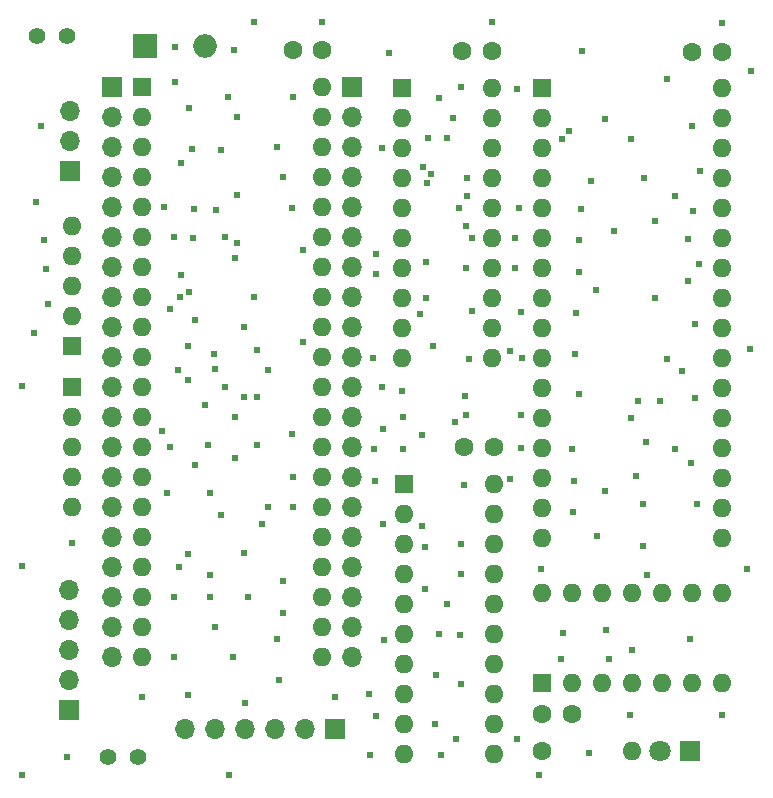
<source format=gts>
%TF.GenerationSoftware,KiCad,Pcbnew,7.0.8*%
%TF.CreationDate,2024-05-03T21:11:10+09:00*%
%TF.ProjectId,MEZ88_RAM,4d455a38-385f-4524-914d-2e6b69636164,Rev 1.2*%
%TF.SameCoordinates,PX65317e4PY8319cac*%
%TF.FileFunction,Soldermask,Top*%
%TF.FilePolarity,Negative*%
%FSLAX46Y46*%
G04 Gerber Fmt 4.6, Leading zero omitted, Abs format (unit mm)*
G04 Created by KiCad (PCBNEW 7.0.8) date 2024-05-03 21:11:10*
%MOMM*%
%LPD*%
G01*
G04 APERTURE LIST*
%ADD10R,1.600000X1.600000*%
%ADD11O,1.600000X1.600000*%
%ADD12R,1.700000X1.700000*%
%ADD13O,1.700000X1.700000*%
%ADD14C,1.400000*%
%ADD15C,1.600000*%
%ADD16R,2.000000X2.000000*%
%ADD17O,2.000000X2.000000*%
%ADD18R,1.800000X1.800000*%
%ADD19C,1.800000*%
%ADD20C,0.605000*%
G04 APERTURE END LIST*
D10*
X45800000Y9730000D03*
D11*
X48340000Y9730000D03*
X50880000Y9730000D03*
X53420000Y9730000D03*
X55960000Y9730000D03*
X58500000Y9730000D03*
X61040000Y9730000D03*
X61040000Y17350000D03*
X58500000Y17350000D03*
X55960000Y17350000D03*
X53420000Y17350000D03*
X50880000Y17350000D03*
X48340000Y17350000D03*
X45800000Y17350000D03*
D12*
X5830000Y53090000D03*
D13*
X5830000Y55630000D03*
X5830000Y58170000D03*
D10*
X5990000Y34770000D03*
D11*
X5990000Y32230000D03*
X5990000Y29690000D03*
X5990000Y27150000D03*
X5990000Y24610000D03*
D12*
X28260000Y5830000D03*
D13*
X25720000Y5830000D03*
X23180000Y5830000D03*
X20640000Y5830000D03*
X18100000Y5830000D03*
X15560000Y5830000D03*
D14*
X5620000Y64470000D03*
X3080000Y64470000D03*
D15*
X61040000Y63160000D03*
X58540000Y63160000D03*
D16*
X12210000Y63630000D03*
D17*
X17290000Y63630000D03*
D18*
X58300000Y3950000D03*
D19*
X55760000Y3950000D03*
D10*
X34080000Y26575000D03*
D11*
X34080000Y24035000D03*
X34080000Y21495000D03*
X34080000Y18955000D03*
X34080000Y16415000D03*
X34080000Y13875000D03*
X34080000Y11335000D03*
X34080000Y8795000D03*
X34080000Y6255000D03*
X34080000Y3715000D03*
X41700000Y3715000D03*
X41700000Y6255000D03*
X41700000Y8795000D03*
X41700000Y11335000D03*
X41700000Y13875000D03*
X41700000Y16415000D03*
X41700000Y18955000D03*
X41700000Y21495000D03*
X41700000Y24035000D03*
X41700000Y26575000D03*
D15*
X45800000Y7040000D03*
X48300000Y7040000D03*
X41700000Y29680000D03*
X39200000Y29680000D03*
X27195000Y63285000D03*
X24695000Y63285000D03*
D10*
X45800000Y60040000D03*
D11*
X45800000Y57500000D03*
X45800000Y54960000D03*
X45800000Y52420000D03*
X45800000Y49880000D03*
X45800000Y47340000D03*
X45800000Y44800000D03*
X45800000Y42260000D03*
X45800000Y39720000D03*
X45800000Y37180000D03*
X45800000Y34640000D03*
X45800000Y32100000D03*
X45800000Y29560000D03*
X45800000Y27020000D03*
X45800000Y24480000D03*
X45800000Y21940000D03*
X61040000Y21940000D03*
X61040000Y24480000D03*
X61040000Y27020000D03*
X61040000Y29560000D03*
X61040000Y32100000D03*
X61040000Y34640000D03*
X61040000Y37180000D03*
X61040000Y39720000D03*
X61040000Y42260000D03*
X61040000Y44800000D03*
X61040000Y47340000D03*
X61040000Y49880000D03*
X61040000Y52420000D03*
X61040000Y54960000D03*
X61040000Y57500000D03*
X61040000Y60040000D03*
D10*
X11955000Y60165000D03*
D11*
X11955000Y57625000D03*
X11955000Y55085000D03*
X11955000Y52545000D03*
X11955000Y50005000D03*
X11955000Y47465000D03*
X11955000Y44925000D03*
X11955000Y42385000D03*
X11955000Y39845000D03*
X11955000Y37305000D03*
X11955000Y34765000D03*
X11955000Y32225000D03*
X11955000Y29685000D03*
X11955000Y27145000D03*
X11955000Y24605000D03*
X11955000Y22065000D03*
X11955000Y19525000D03*
X11955000Y16985000D03*
X11955000Y14445000D03*
X11955000Y11905000D03*
X27195000Y11905000D03*
X27195000Y14445000D03*
X27195000Y16985000D03*
X27195000Y19525000D03*
X27195000Y22065000D03*
X27195000Y24605000D03*
X27195000Y27145000D03*
X27195000Y29685000D03*
X27195000Y32225000D03*
X27195000Y34765000D03*
X27195000Y37305000D03*
X27195000Y39845000D03*
X27195000Y42385000D03*
X27195000Y44925000D03*
X27195000Y47465000D03*
X27195000Y50005000D03*
X27195000Y52545000D03*
X27195000Y55085000D03*
X27195000Y57625000D03*
X27195000Y60165000D03*
D10*
X5990000Y38220000D03*
D11*
X5990000Y40760000D03*
X5990000Y43300000D03*
X5990000Y45840000D03*
X5990000Y48380000D03*
D15*
X45800000Y3950000D03*
D11*
X53420000Y3950000D03*
D10*
X33920000Y60080000D03*
D11*
X33920000Y57540000D03*
X33920000Y55000000D03*
X33920000Y52460000D03*
X33920000Y49920000D03*
X33920000Y47380000D03*
X33920000Y44840000D03*
X33920000Y42300000D03*
X33920000Y39760000D03*
X33920000Y37220000D03*
X41540000Y37220000D03*
X41540000Y39760000D03*
X41540000Y42300000D03*
X41540000Y44840000D03*
X41540000Y47380000D03*
X41540000Y49920000D03*
X41540000Y52460000D03*
X41540000Y55000000D03*
X41540000Y57540000D03*
X41540000Y60080000D03*
D12*
X5750000Y7420000D03*
D13*
X5750000Y9960000D03*
X5750000Y12500000D03*
X5750000Y15040000D03*
X5750000Y17580000D03*
D15*
X41540000Y63200000D03*
X39040000Y63200000D03*
D14*
X9070367Y3407033D03*
X11610367Y3407033D03*
D12*
X29735000Y60165000D03*
D13*
X29735000Y57625000D03*
X29735000Y55085000D03*
X29735000Y52545000D03*
X29735000Y50005000D03*
X29735000Y47465000D03*
X29735000Y44925000D03*
X29735000Y42385000D03*
X29735000Y39845000D03*
X29735000Y37305000D03*
X29735000Y34765000D03*
X29735000Y32225000D03*
X29735000Y29685000D03*
X29735000Y27145000D03*
X29735000Y24605000D03*
X29735000Y22065000D03*
X29735000Y19525000D03*
X29735000Y16985000D03*
X29735000Y14445000D03*
X29735000Y11905000D03*
D12*
X9415000Y60165000D03*
D13*
X9415000Y57625000D03*
X9415000Y55085000D03*
X9415000Y52545000D03*
X9415000Y50005000D03*
X9415000Y47465000D03*
X9415000Y44925000D03*
X9415000Y42385000D03*
X9415000Y39845000D03*
X9415000Y37305000D03*
X9415000Y34765000D03*
X9415000Y32225000D03*
X9415000Y29685000D03*
X9415000Y27145000D03*
X9415000Y24605000D03*
X9415000Y22065000D03*
X9415000Y19525000D03*
X9415000Y16985000D03*
X9415000Y14445000D03*
X9415000Y11905000D03*
D20*
X58710000Y33860000D03*
X58440000Y28330000D03*
X1770000Y1880000D03*
X27200000Y65630000D03*
X1770000Y34860000D03*
X45540026Y1880000D03*
X1770000Y19610000D03*
X21449989Y42390011D03*
X19270000Y1880000D03*
X41540000Y65630000D03*
X61040000Y65620000D03*
X21450000Y65630000D03*
X18100000Y14430000D03*
X14730000Y63550000D03*
X48970000Y47230000D03*
X45720000Y19340000D03*
X34065001Y32225001D03*
X16280000Y47420000D03*
X47550000Y13910000D03*
X31240000Y3580000D03*
X31650000Y26770000D03*
X25580000Y46350000D03*
X31590000Y29530000D03*
X43720000Y5000000D03*
X48510000Y26810000D03*
X58610000Y49670000D03*
X58900000Y24860000D03*
X21640000Y29880000D03*
X24695001Y59344999D03*
X63490000Y61480000D03*
X21710000Y33900000D03*
X25600000Y38560000D03*
X17680000Y25780000D03*
X48650000Y41030000D03*
X36700000Y6260000D03*
X14610000Y11890000D03*
X51220000Y14230000D03*
X49810000Y3810000D03*
X58520000Y56830000D03*
X17520000Y29840000D03*
X48560000Y37520000D03*
X49910000Y52170000D03*
X32850000Y63080000D03*
X44000000Y29610000D03*
X38820000Y13750000D03*
X13820000Y49990000D03*
X6000000Y21550000D03*
X39200000Y26480000D03*
X63440000Y38000000D03*
X38950000Y21500000D03*
X49120000Y49830000D03*
X13590000Y31050000D03*
X48460000Y24160000D03*
X54670000Y18820000D03*
X35910000Y17690000D03*
X49160000Y63180000D03*
X58740000Y40120000D03*
X17680000Y16990000D03*
X2930000Y50470000D03*
X19255000Y59345000D03*
X47430000Y11750000D03*
X19950000Y47000000D03*
X48360000Y29510000D03*
X16350000Y49810000D03*
X5540000Y3460000D03*
X14620000Y16980000D03*
X54330000Y21270000D03*
X21710000Y37940000D03*
X11970000Y8500000D03*
X18620000Y54830000D03*
X20865001Y16985002D03*
X35890000Y21250000D03*
X3360000Y56900000D03*
X3620000Y47190000D03*
X17730000Y18860000D03*
X48940000Y44490000D03*
X36810000Y10360000D03*
X37280000Y3590000D03*
X19725001Y63284999D03*
X61050000Y7010000D03*
X54630000Y30120000D03*
X39610000Y37100000D03*
X63170000Y19390000D03*
X14010000Y25770000D03*
X16130000Y54900000D03*
X33920000Y34460000D03*
X55820000Y33580000D03*
X38935082Y60204918D03*
X58300000Y13440000D03*
X59070000Y45150000D03*
X33990000Y29500000D03*
X15940000Y58410000D03*
X18110000Y36330000D03*
X43980000Y32390000D03*
X39360000Y32410000D03*
X31130000Y8770000D03*
X53220000Y7010000D03*
X23500000Y9940000D03*
X43710000Y60030000D03*
X54380000Y24850000D03*
X2790000Y39370000D03*
X38940000Y18970000D03*
X31520000Y37180000D03*
X31760000Y6910000D03*
X51440000Y11750000D03*
X36180000Y55860000D03*
X36390000Y52800000D03*
X59200000Y53090000D03*
X20000000Y51030000D03*
X20000000Y57620000D03*
X32300000Y23190000D03*
X32250000Y34770000D03*
X22130000Y23190000D03*
X32300000Y31250000D03*
X32260000Y55000000D03*
X36060000Y52010000D03*
X36540000Y38260000D03*
X43110000Y37780000D03*
X24720000Y24610000D03*
X22600000Y24610000D03*
X22620000Y36240000D03*
X43120000Y27010000D03*
X31740000Y44360000D03*
X24750000Y27130000D03*
X50390000Y42960000D03*
X14320000Y29680000D03*
X14340000Y41340000D03*
X50460000Y22150000D03*
X35760000Y53400000D03*
X35470000Y40910000D03*
X47460000Y55730000D03*
X53340000Y55730000D03*
X53340000Y32110000D03*
X18040000Y37550000D03*
X39490000Y52460000D03*
X39490000Y50948600D03*
X18160000Y49760000D03*
X57070000Y29550000D03*
X57050000Y50950000D03*
X19800000Y32230000D03*
X54410000Y52420000D03*
X19800000Y28720000D03*
X53920000Y33580000D03*
X19800000Y45680000D03*
X35650000Y30690000D03*
X36001100Y42300000D03*
X35640000Y22960000D03*
X36010000Y45340000D03*
X18950000Y47470000D03*
X39370000Y44840000D03*
X53730000Y27220000D03*
X18950000Y34750000D03*
X51900000Y47950000D03*
X39370000Y48408600D03*
X53420000Y12500000D03*
X24620000Y49910000D03*
X24620000Y30749998D03*
X55370000Y48850000D03*
X55370000Y42260000D03*
X56350000Y60860000D03*
X56360000Y37170000D03*
X14680000Y47470000D03*
X14700000Y60600000D03*
X31720000Y46030000D03*
X15220000Y53720000D03*
X58140000Y43770000D03*
X15155001Y42384999D03*
X15220000Y44210000D03*
X58150000Y47330000D03*
X14969998Y36190000D03*
X15096553Y19512272D03*
X15840000Y35340000D03*
X15840000Y38260000D03*
X57650000Y36100000D03*
X15870000Y42840000D03*
X3800000Y44760000D03*
X3970000Y41790000D03*
X17269998Y33270000D03*
X16460000Y28173600D03*
X16460000Y40430000D03*
X23870000Y18330000D03*
X23870000Y15660000D03*
X23870000Y52540000D03*
X20560000Y39850000D03*
X20560000Y33900000D03*
X20590002Y20720000D03*
X32430000Y13370000D03*
X23320000Y13440000D03*
X23320000Y55080000D03*
X48900000Y34150000D03*
X37060000Y59250000D03*
X37060000Y13880000D03*
X37718900Y55820000D03*
X37720000Y16410000D03*
X51140000Y25950000D03*
X51140000Y57490000D03*
X38520000Y4980000D03*
X15810000Y8700000D03*
X28260002Y8540000D03*
X15830000Y20590000D03*
X38900000Y9600000D03*
X18620000Y23950000D03*
X19600000Y11870000D03*
X38430000Y31790000D03*
X38250000Y57540000D03*
X38780000Y49920000D03*
X39270000Y33990000D03*
X44050000Y41130000D03*
X44140000Y37180000D03*
X39910000Y47380000D03*
X39910000Y41200000D03*
X43520000Y44800000D03*
X43520000Y47380000D03*
X43840000Y49910000D03*
X48090000Y56460000D03*
X20630000Y8050000D03*
M02*

</source>
